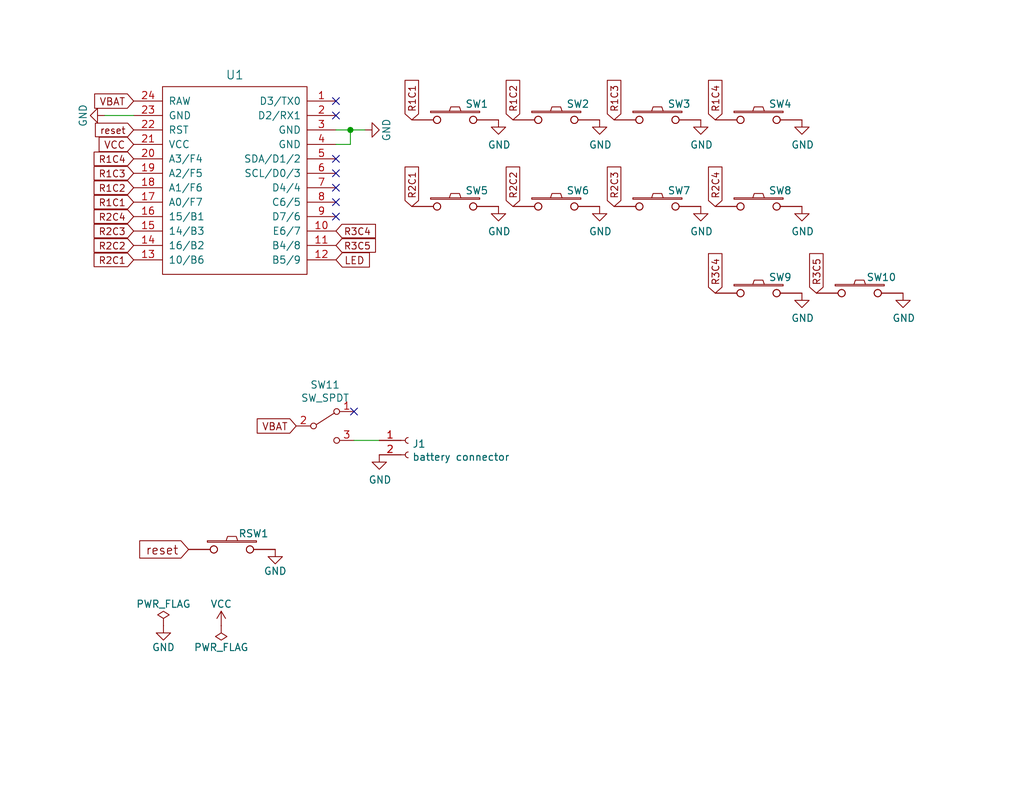
<source format=kicad_sch>
(kicad_sch (version 20211123) (generator eeschema)
  (paper "User" 180.01 140.005)
  (title_block (title "РИСАТЕНО") (date "2021-02-28") (rev "0.22") (company "Aroum"))
  (lib_symbols
    (symbol "Connector:Conn_01x02_Female" (pin_names (offset 1.016) hide)
      (property "Reference" "J" (at 0 2.54 0))
      (property "Value" "Conn_01x02_Female" (at 0 -5.08 0))
      (symbol "Conn_01x02_Female_1_1"
        (arc (start 0 -2.032) (mid -0.508 -2.54) (end 0 -3.048) (stroke (width 0.1524)))
        (polyline (pts (xy -1.27 -2.54) (xy -0.508 -2.54)) (stroke (width 0.1524)))
        (polyline (pts (xy -1.27 0) (xy -0.508 0)) (stroke (width 0.1524)))
        (arc (start 0 0.508) (mid -0.508 0) (end 0 -0.508) (stroke (width 0.1524)))
        (pin passive line (at -5.08 0 0) (length 3.81) (name "Pin_1") (number "1"))
        (pin passive line (at -5.08 -2.54 0) (length 3.81) (name "Pin_2") (number "2"))
      )
    )
    (symbol "PNCATEHO:ProMicro_r" (pin_names (offset 1.016))
      (property "Reference" "U" (at 1.27 22.86 0))
      (property "Value" "PNCATEHO_ProMicro_r" (at 1.27 -15.24 0))
      (symbol "ProMicro_r_0_1"
        (rectangle (start 13.97 20.32) (end -11.43 -12.7))
      )
      (symbol "ProMicro_r_1_1"
        (pin bidirectional line (at 19.05 17.78 180) (length 5.08) (name "D3/TX0") (number "1"))
        (pin bidirectional line (at 19.05 -5.08 180) (length 5.08) (name "E6/7") (number "10"))
        (pin bidirectional line (at 19.05 -7.62 180) (length 5.08) (name "B4/8") (number "11"))
        (pin bidirectional line (at 19.05 -10.16 180) (length 5.08) (name "B5/9") (number "12"))
        (pin bidirectional line (at -16.51 -10.16 0) (length 5.08) (name "10/B6") (number "13"))
        (pin bidirectional line (at -16.51 -7.62 0) (length 5.08) (name "16/B2") (number "14"))
        (pin bidirectional line (at -16.51 -5.08 0) (length 5.08) (name "14/B3") (number "15"))
        (pin bidirectional line (at -16.51 -2.54 0) (length 5.08) (name "15/B1") (number "16"))
        (pin bidirectional line (at -16.51 0 0) (length 5.08) (name "A0/F7") (number "17"))
        (pin bidirectional line (at -16.51 2.54 0) (length 5.08) (name "A1/F6") (number "18"))
        (pin bidirectional line (at -16.51 5.08 0) (length 5.08) (name "A2/F5") (number "19"))
        (pin bidirectional line (at 19.05 15.24 180) (length 5.08) (name "D2/RX1") (number "2"))
        (pin bidirectional line (at -16.51 7.62 0) (length 5.08) (name "A3/F4") (number "20"))
        (pin power_in line (at -16.51 10.16 0) (length 5.08) (name "VCC") (number "21"))
        (pin input line (at -16.51 12.7 0) (length 5.08) (name "RST") (number "22"))
        (pin power_in line (at -16.51 15.24 0) (length 5.08) (name "GND") (number "23"))
        (pin power_out line (at -16.51 17.78 0) (length 5.08) (name "RAW") (number "24"))
        (pin power_in line (at 19.05 12.7 180) (length 5.08) (name "GND") (number "3"))
        (pin power_in line (at 19.05 10.16 180) (length 5.08) (name "GND") (number "4"))
        (pin bidirectional line (at 19.05 7.62 180) (length 5.08) (name "SDA/D1/2") (number "5"))
        (pin bidirectional line (at 19.05 5.08 180) (length 5.08) (name "SCL/D0/3") (number "6"))
        (pin bidirectional line (at 19.05 2.54 180) (length 5.08) (name "D4/4") (number "7"))
        (pin bidirectional line (at 19.05 0 180) (length 5.08) (name "C6/5") (number "8"))
        (pin bidirectional line (at 19.05 -2.54 180) (length 5.08) (name "D7/6") (number "9"))
      )
    )
    (symbol "PNCATEHO:SW_PUSH" (pin_numbers hide) (pin_names (offset 1.016) hide)
      (property "Reference" "SW" (at 3.81 2.794 0))
      (property "Value" "PNCATEHO_SW_PUSH" (at 0 -2.032 0))
      (symbol "SW_PUSH_0_1"
        (rectangle (start -4.318 1.27) (end 4.318 1.524))
        (polyline (pts (xy -1.016 1.524) (xy -0.762 2.286) (xy 0.762 2.286) (xy 1.016 1.524)))
        (pin passive inverted (at -7.62 0 0) (length 5.08) (name "1") (number "1"))
        (pin passive inverted (at 7.62 0 180) (length 5.08) (name "2") (number "2"))
      )
    )
    (symbol "Switch:SW_SPDT" (pin_names (offset 0) hide)
      (property "Reference" "SW" (at 0 4.318 0))
      (property "Value" "SW_SPDT" (at 0 -5.08 0))
      (symbol "SW_SPDT_0_0"
        (circle (center -2.032 0) (radius 0.508))
        (circle (center 2.032 -2.54) (radius 0.508))
      )
      (symbol "SW_SPDT_0_1"
        (polyline (pts (xy -1.524 0.254) (xy 1.651 2.286)))
        (circle (center 2.032 2.54) (radius 0.508))
      )
      (symbol "SW_SPDT_1_1"
        (pin passive line (at 5.08 2.54 180) (length 2.54) (name "A") (number "1"))
        (pin passive line (at -5.08 0 0) (length 2.54) (name "B") (number "2"))
        (pin passive line (at 5.08 -2.54 180) (length 2.54) (name "C") (number "3"))
      )
    )
    (symbol "power:GND" (power) (pin_names (offset 0))
      (property "Value" "GND" (at 0 -3.81 0))
      (symbol "GND_0_1"
        (polyline (pts (xy 0 0) (xy 0 -1.27) (xy 1.27 -1.27) (xy 0 -2.54) (xy -1.27 -1.27) (xy 0 -1.27)))
      )
      (symbol "GND_1_1"
        (pin power_in line (at 0 0 270) (length 0) hide (name "GND") (number "1"))
      )
    )
    (symbol "power:PWR_FLAG" (power) (pin_numbers hide) (pin_names (offset 0) hide)
      (property "Value" "PWR_FLAG" (at 0 3.81 0))
      (symbol "PWR_FLAG_0_0"
        (pin power_out line (at 0 0 90) (length 0) (name "pwr") (number "1"))
      )
      (symbol "PWR_FLAG_0_1"
        (polyline (pts (xy 0 0) (xy 0 1.27) (xy -1.016 1.905) (xy 0 2.54) (xy 1.016 1.905) (xy 0 1.27)))
      )
    )
    (symbol "power:VCC" (power) (pin_names (offset 0))
      (property "Value" "VCC" (at 0 3.81 0))
      (symbol "VCC_0_1"
        (polyline (pts (xy -0.762 1.27) (xy 0 2.54)))
        (polyline (pts (xy 0 0) (xy 0 2.54)))
        (polyline (pts (xy 0 2.54) (xy 0.762 1.27)))
      )
      (symbol "VCC_1_1"
        (pin power_in line (at 0 0 90) (length 0) hide (name "VCC") (number "1"))
      )
    )
  )
  (junction (at 61.595 22.86))
  (no_connect (at 62.23 72.39))
  (no_connect (at 59.055 27.94))
  (no_connect (at 59.055 17.78))
  (no_connect (at 59.055 33.02))
  (no_connect (at 59.055 30.48))
  (no_connect (at 59.055 35.56))
  (no_connect (at 59.055 38.1))
  (no_connect (at 59.055 20.32))
  (wire (pts (xy 59.055 25.4) (xy 61.595 25.4)))
  (wire (pts (xy 23.495 20.32) (xy 18.415 20.32)))
  (wire (pts (xy 61.595 22.86) (xy 59.055 22.86)))
  (wire (pts (xy 62.23 77.47) (xy 66.675 77.47)))
  (wire (pts (xy 64.135 22.86) (xy 61.595 22.86)))
  (wire (pts (xy 61.595 25.4) (xy 61.595 22.86)))
  (global_label "R1C1" (shape input) (at 23.495 35.56 180) (effects (font (size 1.1938 1.1938))) (property "Intersheet References" "${INTERSHEET_REFS}" (effects hide)))
  (global_label "R3C5" (shape input) (at 59.055 43.18 0) (effects (font (size 1.1938 1.1938))) (property "Intersheet References" "${INTERSHEET_REFS}" (effects hide)))
  (global_label "R1C3" (shape input) (at 23.495 30.48 180) (effects (font (size 1.1938 1.1938))) (property "Intersheet References" "${INTERSHEET_REFS}" (effects hide)))
  (global_label "R3C4" (shape input) (at 59.055 40.64 0) (effects (font (size 1.1938 1.1938))) (property "Intersheet References" "${INTERSHEET_REFS}" (effects hide)))
  (global_label "R1C2" (shape input) (at 90.17 21.082 90) (effects (font (size 1.1938 1.1938))) (property "Intersheet References" "${INTERSHEET_REFS}" (effects hide)))
  (global_label "R2C1" (shape input) (at 23.495 45.72 180) (effects (font (size 1.1938 1.1938))) (property "Intersheet References" "${INTERSHEET_REFS}" (effects hide)))
  (global_label "R2C2" (shape input) (at 23.495 43.18 180) (effects (font (size 1.1938 1.1938))) (property "Intersheet References" "${INTERSHEET_REFS}" (effects hide)))
  (global_label "R3C5" (shape input) (at 143.51 51.562 90) (effects (font (size 1.1938 1.1938))) (property "Intersheet References" "${INTERSHEET_REFS}" (effects hide)))
  (global_label "R2C2" (shape input) (at 90.17 36.322 90) (effects (font (size 1.1938 1.1938))) (property "Intersheet References" "${INTERSHEET_REFS}" (effects hide)))
  (global_label "R1C1" (shape input) (at 72.39 21.082 90) (effects (font (size 1.1938 1.1938))) (property "Intersheet References" "${INTERSHEET_REFS}" (effects hide)))
  (global_label "R2C3" (shape input) (at 23.495 40.64 180) (effects (font (size 1.1938 1.1938))) (property "Intersheet References" "${INTERSHEET_REFS}" (effects hide)))
  (global_label "reset" (shape input) (at 23.495 22.86 180) (effects (font (size 1.1938 1.1938))) (property "Intersheet References" "${INTERSHEET_REFS}" (effects hide)))
  (global_label "R1C2" (shape input) (at 23.495 33.02 180) (effects (font (size 1.1938 1.1938))) (property "Intersheet References" "${INTERSHEET_REFS}" (effects hide)))
  (global_label "R1C4" (shape input) (at 125.73 21.082 90) (effects (font (size 1.1938 1.1938))) (property "Intersheet References" "${INTERSHEET_REFS}" (effects hide)))
  (global_label "R1C3" (shape input) (at 107.95 21.082 90) (effects (font (size 1.1938 1.1938))) (property "Intersheet References" "${INTERSHEET_REFS}" (effects hide)))
  (global_label "R2C4" (shape input) (at 23.495 38.1 180) (effects (font (size 1.1938 1.1938))) (property "Intersheet References" "${INTERSHEET_REFS}" (effects hide)))
  (global_label "R2C1" (shape input) (at 72.39 36.322 90) (effects (font (size 1.1938 1.1938))) (property "Intersheet References" "${INTERSHEET_REFS}" (effects hide)))
  (global_label "R1C4" (shape input) (at 23.495 27.94 180) (effects (font (size 1.1938 1.1938))) (property "Intersheet References" "${INTERSHEET_REFS}" (effects hide)))
  (global_label "R3C4" (shape input) (at 125.73 51.562 90) (effects (font (size 1.1938 1.1938))) (property "Intersheet References" "${INTERSHEET_REFS}" (effects hide)))
  (global_label "LED" (shape input) (at 59.055 45.72 0) (property "Intersheet References" "${INTERSHEET_REFS}" (effects hide)))
  (global_label "reset" (shape input) (at 33.147 96.647 180) (effects (font (size 1.524 1.524))) (property "Intersheet References" "${INTERSHEET_REFS}" (effects hide)))
  (global_label "R2C4" (shape input) (at 125.73 36.322 90) (effects (font (size 1.1938 1.1938))) (property "Intersheet References" "${INTERSHEET_REFS}" (effects hide)))
  (global_label "VCC" (shape input) (at 23.495 25.4 180) (property "Intersheet References" "${INTERSHEET_REFS}" (effects hide)))
  (global_label "VBAT" (shape input) (at 52.07 74.93 180) (property "Intersheet References" "${INTERSHEET_REFS}" (effects hide)))
  (global_label "R2C3" (shape input) (at 107.95 36.322 90) (effects (font (size 1.1938 1.1938))) (property "Intersheet References" "${INTERSHEET_REFS}" (effects hide)))
  (global_label "VBAT" (shape input) (at 23.495 17.78 180) (property "Intersheet References" "${INTERSHEET_REFS}" (effects hide)))
  (symbol (lib_id "PNCATEHO:SW_PUSH") (at 80.01 21.082 0) (unit 1)
    (property "Reference" "SW1" (at 83.82 18.288 0))
    (property "Value" "SW_PUSH" (effects hide))
    (property "Footprint" "PNCATEHO:ChocV1_duplex" (effects hide))
  )
  (symbol (lib_id "PNCATEHO:SW_PUSH") (at 97.79 21.082 0) (unit 1)
    (property "Reference" "SW2" (at 101.6 18.288 0))
    (property "Value" "SW_PUSH" (effects hide))
    (property "Footprint" "PNCATEHO:ChocV1_duplex" (effects hide))
  )
  (symbol (lib_id "PNCATEHO:SW_PUSH") (at 115.57 21.082 0) (unit 1)
    (property "Reference" "SW3" (at 119.38 18.288 0))
    (property "Value" "SW_PUSH" (effects hide))
    (property "Footprint" "PNCATEHO:ChocV1_duplex" (effects hide))
  )
  (symbol (lib_id "PNCATEHO:SW_PUSH") (at 133.35 21.082 0) (unit 1)
    (property "Reference" "SW4" (at 137.16 18.288 0))
    (property "Value" "SW_PUSH" (effects hide))
    (property "Footprint" "PNCATEHO:ChocV1_duplex" (effects hide))
  )
  (symbol (lib_id "PNCATEHO:SW_PUSH") (at 80.01 36.322 0) (unit 1)
    (property "Reference" "SW5" (at 83.82 33.528 0))
    (property "Value" "SW_PUSH" (effects hide))
    (property "Footprint" "PNCATEHO:ChocV1_duplex" (effects hide))
  )
  (symbol (lib_id "PNCATEHO:SW_PUSH") (at 97.79 36.322 0) (unit 1)
    (property "Reference" "SW6" (at 101.6 33.528 0))
    (property "Value" "SW_PUSH" (effects hide))
    (property "Footprint" "PNCATEHO:ChocV1_duplex" (effects hide))
  )
  (symbol (lib_id "PNCATEHO:SW_PUSH") (at 115.57 36.322 0) (unit 1)
    (property "Reference" "SW7" (at 119.38 33.528 0))
    (property "Value" "SW_PUSH" (effects hide))
    (property "Footprint" "PNCATEHO:ChocV1_duplex" (effects hide))
  )
  (symbol (lib_id "PNCATEHO:SW_PUSH") (at 133.35 36.322 0) (unit 1)
    (property "Reference" "SW8" (at 137.16 33.528 0))
    (property "Value" "SW_PUSH" (effects hide))
    (property "Footprint" "PNCATEHO:ChocV1_duplex" (effects hide))
  )
  (symbol (lib_id "PNCATEHO:SW_PUSH") (at 133.35 51.562 0) (unit 1)
    (property "Reference" "SW9" (at 137.16 48.768 0))
    (property "Value" "SW_PUSH" (effects hide))
    (property "Footprint" "PNCATEHO:ChocV1_duplex" (effects hide))
  )
  (symbol (lib_id "PNCATEHO:SW_PUSH") (at 151.13 51.562 0) (unit 1)
    (property "Reference" "SW10" (at 154.94 48.768 0))
    (property "Value" "SW_PUSH" (effects hide))
    (property "Footprint" "PNCATEHO:ChocV1_duplex" (effects hide))
  )
  (symbol (lib_id "power:GND") (at 64.135 22.86 90) (unit 1)
    (property "Reference" "#PWR08" (effects hide))
    (property "Value" "GND" (at 67.945 22.86 0))
  )
  (symbol (lib_id "power:GND") (at 28.7274 110.0582 0) (unit 1)
    (property "Reference" "#PWR04" (effects hide))
    (property "Value" "GND" (at 28.7274 113.8682 0))
  )
  (symbol (lib_id "power:VCC") (at 38.8874 110.0582 0) (unit 1)
    (property "Reference" "#PWR05" (effects hide))
    (property "Value" "VCC" (at 38.8874 106.2482 0))
  )
  (symbol (lib_id "power:PWR_FLAG") (at 38.8874 110.0582 180) (unit 1)
    (property "Reference" "#FLG02" (effects hide))
    (property "Value" "PWR_FLAG" (at 38.8874 113.8682 0))
  )
  (symbol (lib_id "power:PWR_FLAG") (at 28.7274 110.0582 0) (unit 1)
    (property "Reference" "#FLG01" (effects hide))
    (property "Value" "PWR_FLAG" (at 28.7274 106.2482 0))
  )
  (symbol (lib_id "PNCATEHO:SW_PUSH") (at 40.767 96.647 0) (unit 1)
    (property "Reference" "RSW1" (at 44.577 93.853 0))
    (property "Value" "SW_PUSH" (effects hide))
    (property "Footprint" "PNCATEHO:SW_3x4x2_2legs_duplex" (effects hide))
  )
  (symbol (lib_id "power:GND") (at 48.387 96.647 0) (unit 1)
    (property "Reference" "#PWR0101" (effects hide))
    (property "Value" "GND" (at 48.387 100.457 0))
  )
  (symbol (lib_id "PNCATEHO:ProMicro_r") (at 40.005 35.56 0) (unit 1)
    (property "Reference" "U1" (at 41.275 13.1826 0) (effects (font (size 1.524 1.524))))
    (property "Value" "ProMicro_r" (effects hide))
    (property "Footprint" "PNCATEHO:ProMicro_duplex" (effects hide))
  )
  (symbol (lib_id "power:GND") (at 18.415 20.32 270) (unit 1)
    (property "Reference" "#PWR0111" (effects hide))
    (property "Value" "GND" (at 14.605 20.32 0))
  )
  (symbol (lib_id "power:GND") (at 140.97 36.322 0) (unit 1)
    (property "Reference" "#PWR0102" (effects hide))
    (property "Value" "GND" (at 141.097 40.7162 0))
  )
  (symbol (lib_id "power:GND") (at 123.19 36.322 0) (unit 1)
    (property "Reference" "#PWR0103" (effects hide))
    (property "Value" "GND" (at 123.317 40.7162 0))
  )
  (symbol (lib_id "power:GND") (at 105.41 36.322 0) (unit 1)
    (property "Reference" "#PWR0104" (effects hide))
    (property "Value" "GND" (at 105.537 40.7162 0))
  )
  (symbol (lib_id "power:GND") (at 87.63 36.322 0) (unit 1)
    (property "Reference" "#PWR0105" (effects hide))
    (property "Value" "GND" (at 87.757 40.7162 0))
  )
  (symbol (lib_id "power:GND") (at 140.97 51.562 0) (unit 1)
    (property "Reference" "#PWR0106" (effects hide))
    (property "Value" "GND" (at 141.097 55.9562 0))
  )
  (symbol (lib_id "power:GND") (at 158.75 51.562 0) (unit 1)
    (property "Reference" "#PWR0107" (effects hide))
    (property "Value" "GND" (at 158.877 55.9562 0))
  )
  (symbol (lib_id "power:GND") (at 140.97 21.082 0) (unit 1)
    (property "Reference" "#PWR0108" (effects hide))
    (property "Value" "GND" (at 141.097 25.4762 0))
  )
  (symbol (lib_id "power:GND") (at 123.19 21.082 0) (unit 1)
    (property "Reference" "#PWR0109" (effects hide))
    (property "Value" "GND" (at 123.317 25.4762 0))
  )
  (symbol (lib_id "power:GND") (at 105.41 21.082 0) (unit 1)
    (property "Reference" "#PWR0110" (effects hide))
    (property "Value" "GND" (at 105.537 25.4762 0))
  )
  (symbol (lib_id "power:GND") (at 87.63 21.082 0) (unit 1)
    (property "Reference" "#PWR0112" (effects hide))
    (property "Value" "GND" (at 87.757 25.4762 0))
  )
  (symbol (lib_id "Switch:SW_SPDT") (at 57.15 74.93 0) (unit 1)
    (property "Reference" "SW11" (at 57.15 67.691 0))
    (property "Value" "SW_SPDT" (at 57.15 70.0024 0))
    (property "Footprint" "PNCATEHO:SW_MSK-12C02_duplex" (effects hide))
  )
  (symbol (lib_id "Connector:Conn_01x02_Female") (at 71.755 77.47 0) (unit 1)
    (property "Reference" "J1" (at 72.4662 78.0796 0) (effects (justify left)))
    (property "Value" "battery connector" (at 72.4662 80.391 0) (effects (justify left)))
    (property "Footprint" "PNCATEHO:battery_conn_duplex" (effects hide))
  )
  (symbol (lib_id "power:GND") (at 66.675 80.01 0) (unit 1)
    (property "Reference" "#PWR0113" (effects hide))
    (property "Value" "GND" (at 66.802 84.4042 0))
  )
)
</source>
